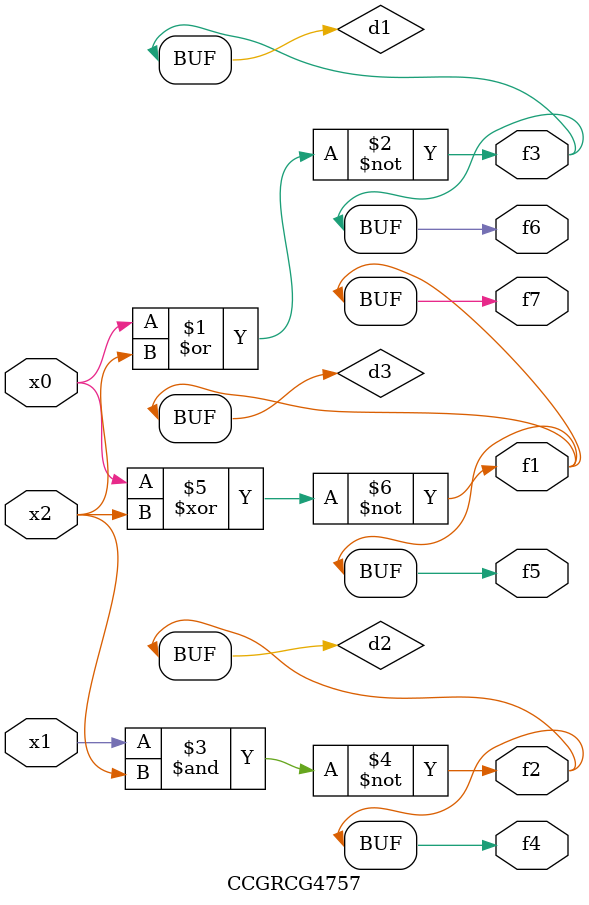
<source format=v>
module CCGRCG4757(
	input x0, x1, x2,
	output f1, f2, f3, f4, f5, f6, f7
);

	wire d1, d2, d3;

	nor (d1, x0, x2);
	nand (d2, x1, x2);
	xnor (d3, x0, x2);
	assign f1 = d3;
	assign f2 = d2;
	assign f3 = d1;
	assign f4 = d2;
	assign f5 = d3;
	assign f6 = d1;
	assign f7 = d3;
endmodule

</source>
